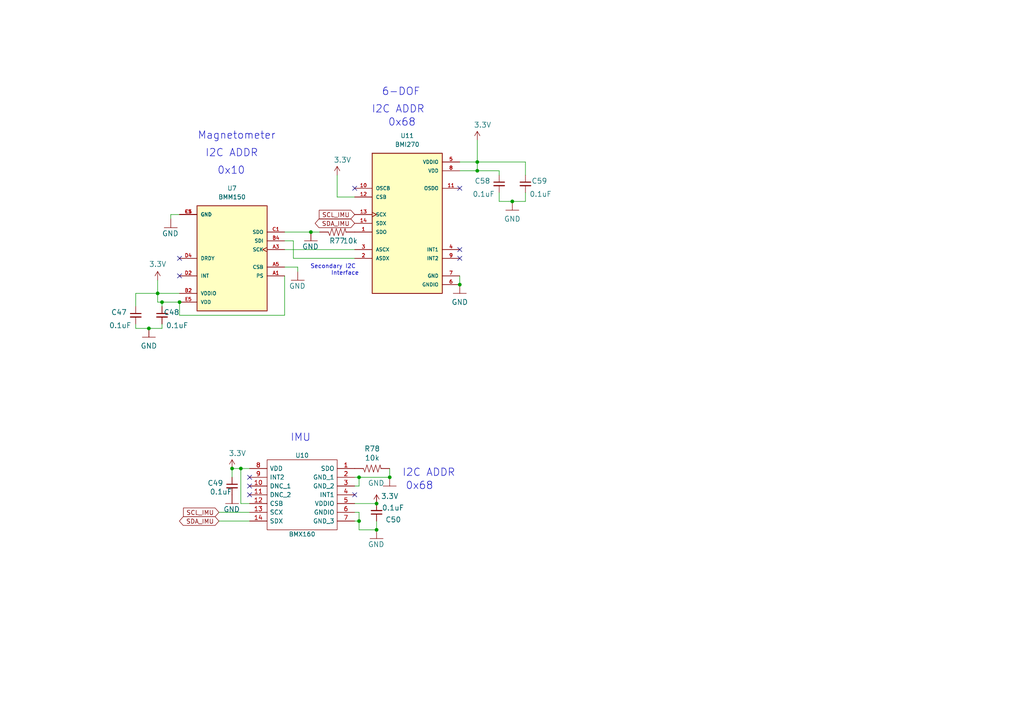
<source format=kicad_sch>
(kicad_sch (version 20211123) (generator eeschema)
  (paper "A4")
  (lib_symbols
    (symbol "mainboard:3.3V" (power) (pin_names (offset 1.016))
      (property "Value" "3.3V" (at -1.016 3.556 0))
      (symbol "3.3V_1_0"
        (polyline (pts (xy 0 2.54) (xy -0.762 1.27)))
        (polyline (pts (xy 0.762 1.27) (xy 0 2.54)))
        (pin power_in line (at 0 0 90) (length 2.54) (name "3.3V") (number "1"))
      )
    )
    (symbol "mainboard:BMI270" (pin_names (offset 1.016))
      (property "Reference" "U" (at -10.16 21.082 0))
      (property "Value" "BMI270" (at -10.16 -22.86 0))
      (symbol "BMI270_0_0"
        (rectangle (start -10.16 -20.32) (end 10.16 20.32) (stroke (width 0.254)) (fill (type background)))
        (pin bidirectional line (at -15.24 -2.54 0) (length 5.08) (name "SDO") (number "1"))
        (pin input line (at -15.24 10.16 0) (length 5.08) (name "OSCB") (number "10"))
        (pin output line (at 15.24 10.16 180) (length 5.08) (name "OSDO") (number "11"))
        (pin input line (at -15.24 7.62 0) (length 5.08) (name "CSB") (number "12"))
        (pin input clock (at -15.24 2.54 0) (length 5.08) (name "SCX") (number "13"))
        (pin bidirectional line (at -15.24 0 0) (length 5.08) (name "SDX") (number "14"))
        (pin bidirectional line (at -15.24 -10.16 0) (length 5.08) (name "ASDX") (number "2"))
        (pin bidirectional line (at -15.24 -7.62 0) (length 5.08) (name "ASCX") (number "3"))
        (pin bidirectional line (at 15.24 -7.62 180) (length 5.08) (name "INT1") (number "4"))
        (pin power_in line (at 15.24 17.78 180) (length 5.08) (name "VDDIO") (number "5"))
        (pin power_in line (at 15.24 -17.78 180) (length 5.08) (name "GNDIO") (number "6"))
        (pin power_in line (at 15.24 -15.24 180) (length 5.08) (name "GND") (number "7"))
        (pin power_in line (at 15.24 15.24 180) (length 5.08) (name "VDD") (number "8"))
        (pin bidirectional line (at 15.24 -10.16 180) (length 5.08) (name "INT2") (number "9"))
      )
    )
    (symbol "mainboard:BMM150" (pin_names (offset 1.016))
      (property "Reference" "U" (at -10.16 16.51 0))
      (property "Value" "BMM150" (at -10.16 -16.51 0))
      (symbol "BMM150_0_0"
        (rectangle (start -10.16 -15.24) (end 10.16 15.24) (stroke (width 0.254)) (fill (type background)))
        (pin input line (at -15.24 5.08 0) (length 5.08) (name "PS") (number "A1"))
        (pin input clock (at -15.24 -2.54 0) (length 5.08) (name "SCK") (number "A3"))
        (pin input line (at -15.24 2.54 0) (length 5.08) (name "CSB") (number "A5"))
        (pin power_in line (at 15.24 10.16 180) (length 5.08) (name "VDDIO") (number "B2"))
        (pin bidirectional line (at -15.24 -5.08 0) (length 5.08) (name "SDI") (number "B4"))
        (pin output line (at -15.24 -7.62 0) (length 5.08) (name "SDO") (number "C1"))
        (pin power_in line (at 15.24 -12.7 180) (length 5.08) (name "GND") (number "C5"))
        (pin output line (at 15.24 5.08 180) (length 5.08) (name "INT") (number "D2"))
        (pin output line (at 15.24 0 180) (length 5.08) (name "DRDY") (number "D4"))
        (pin power_in line (at 15.24 -12.7 180) (length 5.08) (name "GND") (number "E1"))
        (pin power_in line (at 15.24 -12.7 180) (length 5.08) (name "GND") (number "E3"))
        (pin power_in line (at 15.24 12.7 180) (length 5.08) (name "VDD") (number "E5"))
      )
    )
    (symbol "mainboard:BMX160" (pin_names (offset 0.762))
      (property "Reference" "IC" (at 26.67 7.62 0))
      (property "Value" "BMX160" (at 26.67 5.08 0))
      (symbol "BMX160_0_0"
        (pin bidirectional line (at 0 0 0) (length 5.08) (name "SDO") (number "1"))
        (pin bidirectional line (at 30.48 -5.08 180) (length 5.08) (name "DNC_1") (number "10"))
        (pin bidirectional line (at 30.48 -7.62 180) (length 5.08) (name "DNC_2") (number "11"))
        (pin bidirectional line (at 30.48 -10.16 180) (length 5.08) (name "CSB") (number "12"))
        (pin bidirectional line (at 30.48 -12.7 180) (length 5.08) (name "SCX") (number "13"))
        (pin bidirectional line (at 30.48 -15.24 180) (length 5.08) (name "SDX") (number "14"))
        (pin bidirectional line (at 0 -2.54 0) (length 5.08) (name "GND_1") (number "2"))
        (pin bidirectional line (at 0 -5.08 0) (length 5.08) (name "GND_2") (number "3"))
        (pin bidirectional line (at 0 -7.62 0) (length 5.08) (name "INT1") (number "4"))
        (pin bidirectional line (at 0 -10.16 0) (length 5.08) (name "VDDIO") (number "5"))
        (pin bidirectional line (at 0 -12.7 0) (length 5.08) (name "GNDIO") (number "6"))
        (pin bidirectional line (at 0 -15.24 0) (length 5.08) (name "GND_3") (number "7"))
        (pin bidirectional line (at 30.48 0 180) (length 5.08) (name "VDD") (number "8"))
        (pin bidirectional line (at 30.48 -2.54 180) (length 5.08) (name "INT2") (number "9"))
      )
      (symbol "BMX160_0_1"
        (polyline (pts (xy 5.08 2.54) (xy 25.4 2.54) (xy 25.4 -17.78) (xy 5.08 -17.78) (xy 5.08 2.54)) (stroke (width 0.1524)))
      )
    )
    (symbol "mainboard:C_Small" (pin_numbers hide) (pin_names (offset 0.254) hide)
      (property "Reference" "C" (at 0.254 1.778 0))
      (property "Value" "C_Small" (at 0.254 -2.032 0))
      (symbol "C_Small_0_1"
        (polyline (pts (xy -1.524 -0.508) (xy 1.524 -0.508)) (stroke (width 0.3302)))
        (polyline (pts (xy -1.524 0.508) (xy 1.524 0.508)) (stroke (width 0.3048)))
      )
      (symbol "C_Small_1_1"
        (pin passive line (at 0 2.54 270) (length 2.032) (name "~") (number "1"))
        (pin passive line (at 0 -2.54 90) (length 2.032) (name "~") (number "2"))
      )
    )
    (symbol "mainboard:GND" (power) (pin_names (offset 1.016))
      (property "Value" "GND" (at -2.54 -2.54 0))
      (symbol "GND_1_0"
        (polyline (pts (xy -1.905 0) (xy 1.905 0)))
        (pin power_in line (at 0 2.54 270) (length 2.54) (name "GND") (number "1"))
      )
    )
    (symbol "mainboard:R-US_R0603" (pin_names (offset 1.016))
      (property "Reference" "R" (at -3.81 1.4986 0))
      (property "Value" "R-US_R0603" (at -3.81 -3.302 0))
      (symbol "R-US_R0603_1_0"
        (polyline (pts (xy -2.54 0) (xy -2.159 1.016)))
        (polyline (pts (xy -2.159 1.016) (xy -1.524 -1.016)))
        (polyline (pts (xy -1.524 -1.016) (xy -0.889 1.016)))
        (polyline (pts (xy -0.889 1.016) (xy -0.254 -1.016)))
        (polyline (pts (xy -0.254 -1.016) (xy 0.381 1.016)))
        (polyline (pts (xy 0.381 1.016) (xy 1.016 -1.016)))
        (polyline (pts (xy 1.016 -1.016) (xy 1.651 1.016)))
        (polyline (pts (xy 1.651 1.016) (xy 2.286 -1.016)))
        (polyline (pts (xy 2.286 -1.016) (xy 2.54 0)))
        (pin passive line (at -5.08 0 0) (length 2.54) (name "1") (number "1"))
        (pin passive line (at 5.08 0 180) (length 2.54) (name "2") (number "2"))
      )
    )
  )
  (junction (at 113.03 138.43))
  (junction (at 90.17 67.31))
  (junction (at 148.59 58.42))
  (junction (at 109.22 153.67))
  (junction (at 67.31 135.89))
  (junction (at 69.85 135.89))
  (junction (at 104.14 138.43))
  (junction (at 43.18 95.25))
  (junction (at 133.35 82.55))
  (junction (at 52.07 87.63))
  (junction (at 138.43 46.99))
  (junction (at 104.14 151.13))
  (junction (at 138.43 49.53))
  (junction (at 46.99 87.63))
  (junction (at 45.72 85.09))
  (junction (at 109.22 146.05))
  (no_connect (at 133.35 72.39))
  (no_connect (at 102.87 143.51))
  (no_connect (at 72.39 140.97))
  (no_connect (at 52.07 80.01))
  (no_connect (at 72.39 143.51))
  (no_connect (at 72.39 138.43))
  (no_connect (at 133.35 74.93))
  (no_connect (at 102.87 54.61))
  (no_connect (at 133.35 54.61))
  (no_connect (at 52.07 74.93))
  (wire (pts (xy 39.37 85.09) (xy 45.72 85.09)))
  (wire (pts (xy 148.59 58.42) (xy 144.78 58.42)))
  (wire (pts (xy 113.03 138.43) (xy 113.03 135.89)))
  (wire (pts (xy 52.07 91.44) (xy 82.55 91.44)))
  (wire (pts (xy 138.43 49.53) (xy 144.78 49.53)))
  (wire (pts (xy 90.17 67.31) (xy 92.71 67.31)))
  (wire (pts (xy 69.85 146.05) (xy 69.85 135.89)))
  (wire (pts (xy 39.37 85.09) (xy 39.37 88.9)))
  (wire (pts (xy 144.78 50.8) (xy 144.78 49.53)))
  (wire (pts (xy 152.4 58.42) (xy 152.4 55.88)))
  (wire (pts (xy 133.35 80.01) (xy 133.35 82.55)))
  (wire (pts (xy 85.09 69.85) (xy 82.55 69.85)))
  (wire (pts (xy 63.5 151.13) (xy 72.39 151.13)))
  (wire (pts (xy 144.78 58.42) (xy 144.78 55.88)))
  (wire (pts (xy 97.79 50.8) (xy 97.79 57.15)))
  (wire (pts (xy 46.99 95.25) (xy 46.99 93.98)))
  (wire (pts (xy 104.14 153.67) (xy 109.22 153.67)))
  (wire (pts (xy 63.5 148.59) (xy 72.39 148.59)))
  (wire (pts (xy 104.14 138.43) (xy 104.14 140.97)))
  (wire (pts (xy 138.43 46.99) (xy 133.35 46.99)))
  (wire (pts (xy 67.31 135.89) (xy 69.85 135.89)))
  (wire (pts (xy 104.14 148.59) (xy 104.14 151.13)))
  (wire (pts (xy 82.55 80.01) (xy 82.55 91.44)))
  (wire (pts (xy 97.79 57.15) (xy 102.87 57.15)))
  (wire (pts (xy 102.87 151.13) (xy 104.14 151.13)))
  (wire (pts (xy 85.09 74.93) (xy 85.09 69.85)))
  (wire (pts (xy 102.87 148.59) (xy 104.14 148.59)))
  (wire (pts (xy 109.22 146.05) (xy 102.87 146.05)))
  (wire (pts (xy 104.14 151.13) (xy 104.14 153.67)))
  (wire (pts (xy 104.14 138.43) (xy 113.03 138.43)))
  (wire (pts (xy 52.07 87.63) (xy 52.07 91.44)))
  (wire (pts (xy 39.37 95.25) (xy 43.18 95.25)))
  (wire (pts (xy 82.55 72.39) (xy 102.87 72.39)))
  (wire (pts (xy 46.99 88.9) (xy 46.99 87.63)))
  (wire (pts (xy 45.72 85.09) (xy 45.72 87.63)))
  (wire (pts (xy 45.72 81.28) (xy 45.72 85.09)))
  (wire (pts (xy 138.43 49.53) (xy 138.43 46.99)))
  (wire (pts (xy 133.35 49.53) (xy 138.43 49.53)))
  (wire (pts (xy 152.4 46.99) (xy 138.43 46.99)))
  (wire (pts (xy 49.53 62.23) (xy 49.53 63.5)))
  (wire (pts (xy 102.87 138.43) (xy 104.14 138.43)))
  (wire (pts (xy 109.22 151.13) (xy 109.22 153.67)))
  (wire (pts (xy 82.55 77.47) (xy 86.36 77.47)))
  (wire (pts (xy 72.39 146.05) (xy 69.85 146.05)))
  (wire (pts (xy 102.87 74.93) (xy 85.09 74.93)))
  (wire (pts (xy 39.37 95.25) (xy 39.37 93.98)))
  (wire (pts (xy 45.72 85.09) (xy 52.07 85.09)))
  (wire (pts (xy 46.99 87.63) (xy 52.07 87.63)))
  (wire (pts (xy 86.36 78.74) (xy 86.36 77.47)))
  (wire (pts (xy 52.07 62.23) (xy 49.53 62.23)))
  (wire (pts (xy 82.55 67.31) (xy 90.17 67.31)))
  (wire (pts (xy 69.85 135.89) (xy 72.39 135.89)))
  (wire (pts (xy 46.99 95.25) (xy 43.18 95.25)))
  (wire (pts (xy 138.43 40.64) (xy 138.43 46.99)))
  (wire (pts (xy 102.87 140.97) (xy 104.14 140.97)))
  (wire (pts (xy 148.59 58.42) (xy 152.4 58.42)))
  (wire (pts (xy 45.72 87.63) (xy 46.99 87.63)))
  (wire (pts (xy 67.31 138.43) (xy 67.31 135.89)))
  (wire (pts (xy 152.4 46.99) (xy 152.4 50.8)))
  (text "0x10\n" (at 71.12 50.8 180) (effects (font (size 2.159 2.159)) (justify right bottom)))
  (text "0x68" (at 125.73 142.24 180) (effects (font (size 2.159 2.159)) (justify right bottom)))
  (text "IMU" (at 90.17 128.27 180) (effects (font (size 2.159 2.159)) (justify right bottom)))
  (text "I2C ADDR" (at 132.08 138.43 180) (effects (font (size 2.159 2.159)) (justify right bottom)))
  (text "Magnetometer\n" (at 80.01 40.64 180) (effects (font (size 2.159 2.159)) (justify right bottom)))
  (text "I2C ADDR" (at 74.93 45.72 180) (effects (font (size 2.159 2.159)) (justify right bottom)))
  (text "I2C ADDR" (at 123.19 33.02 180) (effects (font (size 2.159 2.159)) (justify right bottom)))
  (text "6-DOF" (at 121.92 27.94 180) (effects (font (size 2.159 2.159)) (justify right bottom)))
  (text "0x68" (at 120.65 36.83 180) (effects (font (size 2.159 2.159)) (justify right bottom)))
  (text "Secondary I2C \nInterface\n" (at 104.14 80.01 180) (effects (font (size 1.2 1.2)) (justify right bottom)))
  (global_label "SDA_IMU" (shape bidirectional) (at 102.87 64.77 180) (property "Intersheet References" "${INTERSHEET_REFS}" (effects hide)))
  (global_label "SDA_IMU" (shape bidirectional) (at 63.5 151.13 180) (property "Intersheet References" "${INTERSHEET_REFS}" (effects hide)))
  (global_label "SCL_IMU" (shape input) (at 102.87 62.23 180) (property "Intersheet References" "${INTERSHEET_REFS}" (effects hide)))
  (global_label "SCL_IMU" (shape input) (at 63.5 148.59 180) (property "Intersheet References" "${INTERSHEET_REFS}" (effects hide)))
  (symbol (lib_id "mainboard:GND") (at 90.17 69.85 0) (unit 1)
    (property "Reference" "#GND0131" (effects hide))
    (property "Value" "GND" (at 87.63 72.39 0) (effects (font (size 1.4986 1.4986)) (justify left bottom)))
  )
  (symbol (lib_id "mainboard:GND") (at 133.35 85.09 0) (unit 1)
    (property "Reference" "#GND0135" (effects hide))
    (property "Value" "GND" (at 133.35 87.63 0) (effects (font (size 1.4986 1.4986))))
  )
  (symbol (lib_id "mainboard:GND") (at 109.22 156.21 0) (unit 1)
    (property "Reference" "#GND0137" (effects hide))
    (property "Value" "GND" (at 106.68 158.75 0) (effects (font (size 1.4986 1.4986)) (justify left bottom)))
  )
  (symbol (lib_id "mainboard:R-US_R0603") (at 107.95 135.89 0) (mirror x) (unit 1)
    (property "Reference" "R78" (at 107.95 130.1496 0) (effects (font (size 1.4986 1.4986))))
    (property "Value" "10k" (at 107.95 132.8166 0) (effects (font (size 1.4986 1.4986))))
    (property "Footprint" "Resistor_SMD:R_0603_1608Metric" (effects hide))
    (property "Description" "10k 0603" (effects hide))
  )
  (symbol (lib_id "mainboard:GND") (at 148.59 60.96 0) (unit 1)
    (property "Reference" "#GND0134" (effects hide))
    (property "Value" "GND" (at 148.59 63.5 0) (effects (font (size 1.4986 1.4986))))
  )
  (symbol (lib_id "mainboard:C_Small") (at 67.31 140.97 0) (mirror y) (unit 1)
    (property "Reference" "C49" (at 64.77 140.97 0) (effects (font (size 1.4986 1.4986)) (justify left bottom)))
    (property "Value" "0.1uF" (at 67.31 143.51 0) (effects (font (size 1.4986 1.4986)) (justify left bottom)))
    (property "Footprint" "Capacitor_SMD:C_0603_1608Metric" (effects hide))
    (property "Description" "0.1uF +-10% 50V X7R 0603" (effects hide))
  )
  (symbol (lib_id "mainboard:R-US_R0603") (at 97.79 67.31 0) (mirror x) (unit 1)
    (property "Reference" "R77" (at 97.79 69.85 0) (effects (font (size 1.4986 1.4986))))
    (property "Value" "10k" (at 101.6 69.85 0) (effects (font (size 1.4986 1.4986))))
    (property "Footprint" "Resistor_SMD:R_0603_1608Metric" (effects hide))
    (property "Description" "10k 0603" (effects hide))
  )
  (symbol (lib_id "mainboard:C_Small") (at 46.99 91.44 0) (mirror y) (unit 1)
    (property "Reference" "C48" (at 52.07 91.44 0) (effects (font (size 1.4986 1.4986)) (justify left bottom)))
    (property "Value" "0.1uF" (at 54.61 95.25 0) (effects (font (size 1.4986 1.4986)) (justify left bottom)))
    (property "Footprint" "Capacitor_SMD:C_0603_1608Metric" (effects hide))
    (property "Description" "0.1uF +-10% 50V X7R 0603" (effects hide))
  )
  (symbol (lib_id "mainboard:GND") (at 49.53 66.04 0) (unit 1)
    (property "Reference" "#GND0130" (effects hide))
    (property "Value" "GND" (at 46.99 68.58 0) (effects (font (size 1.4986 1.4986)) (justify left bottom)))
  )
  (symbol (lib_id "mainboard:3.3V") (at 138.43 40.64 0) (unit 1)
    (property "Reference" "#SUPPLY0113" (effects hide))
    (property "Value" "3.3V" (at 137.414 37.084 0) (effects (font (size 1.4986 1.4986)) (justify left bottom)))
  )
  (symbol (lib_id "mainboard:BMM150") (at 67.31 74.93 180) (unit 1)
    (property "Reference" "U7" (at 67.31 54.61 0))
    (property "Value" "BMM150" (at 67.31 57.15 0))
    (property "Footprint" "mainboard:BMM150" (effects hide))
    (property "MF" "Bosch Sensortec" (effects hide))
    (property "DESCRIPTION" "BMM150 Series 3.6 V Surface Mount Three-Axis Geomagnetic Sensor - WLCSP-12" (effects hide))
    (property "PRICE" "None" (effects hide))
    (property "MP" "BMM150" (effects hide))
    (property "AVAILABILITY" "Unavailable" (effects hide))
    (property "PACKAGE" "WLCSP-12 Bosch" (effects hide))
  )
  (symbol (lib_id "mainboard:BMI270") (at 118.11 64.77 0) (unit 1)
    (property "Reference" "U11" (at 118.11 39.37 0))
    (property "Value" "BMI270" (at 118.11 41.91 0))
    (property "Footprint" "mainboard:BMI270" (effects hide))
    (property "PATREV" "1.0" (effects hide))
    (property "STANDARD" "Manufacturer Recommendations" (effects hide))
    (property "MAXIMUM_PACKAGE_HEIGHT" "0.87mm" (effects hide))
    (property "MANUFACTURER" "Bosch Sensortec" (effects hide))
  )
  (symbol (lib_id "mainboard:GND") (at 43.18 97.79 0) (unit 1)
    (property "Reference" "#GND0133" (effects hide))
    (property "Value" "GND" (at 43.18 100.33 0) (effects (font (size 1.4986 1.4986))))
  )
  (symbol (lib_id "mainboard:3.3V") (at 45.72 81.28 0) (unit 1)
    (property "Reference" "#SUPPLY0112" (effects hide))
    (property "Value" "3.3V" (at 43.18 77.47 0) (effects (font (size 1.4986 1.4986)) (justify left bottom)))
  )
  (symbol (lib_id "mainboard:C_Small") (at 39.37 91.44 0) (mirror y) (unit 1)
    (property "Reference" "C47" (at 36.83 91.44 0) (effects (font (size 1.4986 1.4986)) (justify left bottom)))
    (property "Value" "0.1uF" (at 38.1 95.25 0) (effects (font (size 1.4986 1.4986)) (justify left bottom)))
    (property "Footprint" "Capacitor_SMD:C_0603_1608Metric" (effects hide))
    (property "Description" "0.1uF +-10% 50V X7R 0603" (effects hide))
  )
  (symbol (lib_id "mainboard:GND") (at 86.36 81.28 0) (unit 1)
    (property "Reference" "#GND0132" (effects hide))
    (property "Value" "GND" (at 83.82 83.82 0) (effects (font (size 1.4986 1.4986)) (justify left bottom)))
  )
  (symbol (lib_id "mainboard:3.3V") (at 97.79 50.8 0) (unit 1)
    (property "Reference" "#SUPPLY0114" (effects hide))
    (property "Value" "3.3V" (at 96.774 47.244 0) (effects (font (size 1.4986 1.4986)) (justify left bottom)))
  )
  (symbol (lib_id "mainboard:C_Small") (at 144.78 53.34 0) (mirror y) (unit 1)
    (property "Reference" "C58" (at 142.24 53.34 0) (effects (font (size 1.4986 1.4986)) (justify left bottom)))
    (property "Value" "0.1uF" (at 143.51 57.15 0) (effects (font (size 1.4986 1.4986)) (justify left bottom)))
    (property "Footprint" "Capacitor_SMD:C_0603_1608Metric" (effects hide))
    (property "Description" "0.1uF +-10% 50V X7R 0603" (effects hide))
  )
  (symbol (lib_id "mainboard:3.3V") (at 109.22 146.05 0) (unit 1)
    (property "Reference" "#SUPPLY0115" (effects hide))
    (property "Value" "3.3V" (at 110.49 144.78 0) (effects (font (size 1.4986 1.4986)) (justify left bottom)))
  )
  (symbol (lib_id "mainboard:GND") (at 113.03 140.97 0) (unit 1)
    (property "Reference" "#GND0138" (effects hide))
    (property "Value" "GND" (at 106.68 140.97 0) (effects (font (size 1.4986 1.4986)) (justify left bottom)))
  )
  (symbol (lib_id "mainboard:GND") (at 67.31 146.05 0) (unit 1)
    (property "Reference" "#GND0136" (effects hide))
    (property "Value" "GND" (at 64.77 148.59 0) (effects (font (size 1.4986 1.4986)) (justify left bottom)))
  )
  (symbol (lib_id "mainboard:C_Small") (at 152.4 53.34 0) (mirror y) (unit 1)
    (property "Reference" "C59" (at 158.75 53.34 0) (effects (font (size 1.4986 1.4986)) (justify left bottom)))
    (property "Value" "0.1uF" (at 160.02 57.15 0) (effects (font (size 1.4986 1.4986)) (justify left bottom)))
    (property "Footprint" "Capacitor_SMD:C_0603_1608Metric" (effects hide))
    (property "Description" "0.1uF +-10% 50V X7R 0603" (effects hide))
  )
  (symbol (lib_id "mainboard:3.3V") (at 67.31 135.89 0) (unit 1)
    (property "Reference" "#SUPPLY0111" (effects hide))
    (property "Value" "3.3V" (at 66.294 132.334 0) (effects (font (size 1.4986 1.4986)) (justify left bottom)))
  )
  (symbol (lib_id "mainboard:BMX160") (at 102.87 135.89 0) (mirror y) (unit 1)
    (property "Reference" "U10" (at 87.63 132.08 0))
    (property "Value" "BMX160" (at 87.63 154.94 0))
    (property "Footprint" "mainboard:BMX160" (effects hide))
    (property "Datasheet" "https://ae-bst.resource.bosch.com/media/_tech/media/datasheets/BST-BMX160-DS000.pdf" (effects hide))
    (property "Description" "IMUs - Inertial Measurement Units 9-axis (9DOF) Absolute Orientation MEMS Sensor" (effects hide))
    (property "Flight" "BMX160" (effects hide))
    (property "Manufacturer_Name" "Bosch Sensortec" (effects hide))
    (property "Manufacturer_Part_Number" "BMX160" (effects hide))
    (property "Proto" "BMX160" (effects hide))
  )
  (symbol (lib_id "mainboard:C_Small") (at 109.22 148.59 0) (mirror x) (unit 1)
    (property "Reference" "C50" (at 111.76 149.86 0) (effects (font (size 1.4986 1.4986)) (justify left bottom)))
    (property "Value" "0.1uF" (at 110.744 146.431 0) (effects (font (size 1.4986 1.4986)) (justify left bottom)))
    (property "Footprint" "Capacitor_SMD:C_0603_1608Metric" (effects hide))
    (property "Description" "0.1uF +-10% 50V X7R 0603" (effects hide))
  )
)
</source>
